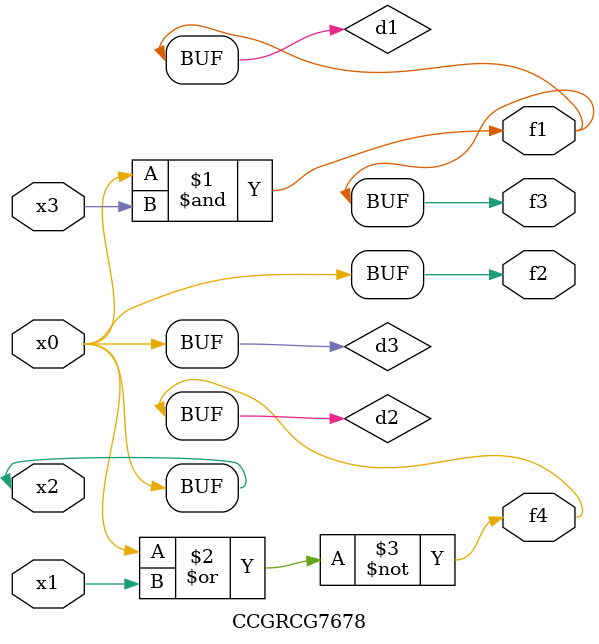
<source format=v>
module CCGRCG7678(
	input x0, x1, x2, x3,
	output f1, f2, f3, f4
);

	wire d1, d2, d3;

	and (d1, x2, x3);
	nor (d2, x0, x1);
	buf (d3, x0, x2);
	assign f1 = d1;
	assign f2 = d3;
	assign f3 = d1;
	assign f4 = d2;
endmodule

</source>
